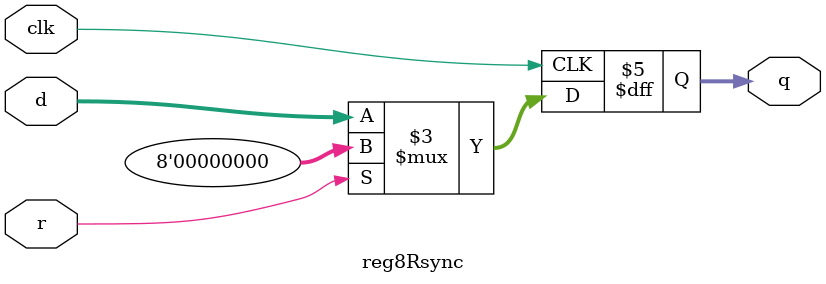
<source format=v>

module reg8Rsync(d,q,r,clk); 
    input wire [7:0] d;
    input wire r,clk;
    output reg [7:0] q;

    always @(posedge clk) begin
        if(r) q<=8'b00000000;
        else q<=d;
    end
endmodule
</source>
